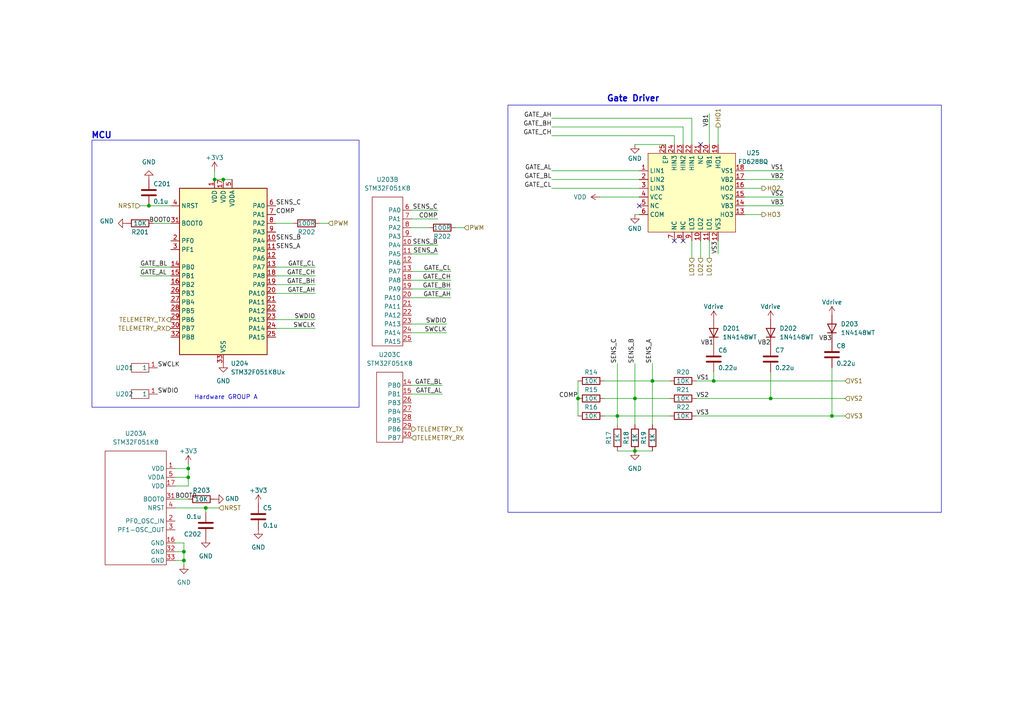
<source format=kicad_sch>
(kicad_sch (version 20250114) (generator "eeschema") (generator_version "9.0")
  (paper "A4")
  (lib_symbols
    (symbol "ADel:FD6288Q"
      (property "Reference" "U" (at 1.27 -24.13 0))
      (property "Value" "FD6288Q" (at 25.4 -24.13 0))
      (symbol "FD6288Q_0_1"
        (rectangle (start 0 0) (end 25.4 -22.86) (fill (type background)))
      )
      (symbol "FD6288Q_1_1"
        (pin input line (at -2.54 -5.08 0) (length 2.54) (name "LIN1") (number "1"))
        (pin input line (at -2.54 -7.62 0) (length 2.54) (name "LIN2") (number "2"))
        (pin input line (at -2.54 -10.16 0) (length 2.54) (name "LIN3") (number "3"))
        (pin power_in line (at -2.54 -12.7 0) (length 2.54) (name "VCC") (number "4"))
        (pin bidirectional line (at -2.54 -15.24 0) (length 2.54) (name "NC") (number "5"))
        (pin power_in line (at -2.54 -17.78 0) (length 2.54) (name "COM") (number "6"))
        (pin power_in line (at 5.08 2.54 270) (length 2.54) (name "EP") (number "25"))
        (pin input line (at 7.62 2.54 270) (length 2.54) (name "HIN3") (number "24"))
        (pin bidirectional line (at 7.62 -25.4 90) (length 2.54) (name "NC") (number "7"))
        (pin input line (at 10.16 2.54 270) (length 2.54) (name "HIN2") (number "23"))
        (pin bidirectional line (at 10.16 -25.4 90) (length 2.54) (name "NC") (number "8"))
        (pin input line (at 12.7 2.54 270) (length 2.54) (name "HIN1") (number "22"))
        (pin bidirectional line (at 12.7 -25.4 90) (length 2.54) (name "LO3") (number "9"))
        (pin bidirectional line (at 15.24 2.54 270) (length 2.54) (name "NC") (number "21"))
        (pin bidirectional line (at 15.24 -25.4 90) (length 2.54) (name "LO2") (number "10"))
        (pin bidirectional line (at 17.78 2.54 270) (length 2.54) (name "VB1") (number "20"))
        (pin bidirectional line (at 17.78 -25.4 90) (length 2.54) (name "LO1") (number "11"))
        (pin bidirectional line (at 20.32 2.54 270) (length 2.54) (name "HO1") (number "19"))
        (pin bidirectional line (at 20.32 -25.4 90) (length 2.54) (name "VS3") (number "12"))
        (pin bidirectional line (at 27.94 -5.08 180) (length 2.54) (name "VS1") (number "18"))
        (pin bidirectional line (at 27.94 -7.62 180) (length 2.54) (name "VB2") (number "17"))
        (pin bidirectional line (at 27.94 -10.16 180) (length 2.54) (name "HO2") (number "16"))
        (pin bidirectional line (at 27.94 -12.7 180) (length 2.54) (name "VS2") (number "15"))
        (pin bidirectional line (at 27.94 -15.24 180) (length 2.54) (name "VB3") (number "14"))
        (pin bidirectional line (at 27.94 -17.78 180) (length 2.54) (name "HO3") (number "13"))
      )
    )
    (symbol "Castilated_Hole:Castilated_Hole"
      (property "Reference" "U" (at 1.778 0 0))
      (symbol "Castilated_Hole_0_1"
        (rectangle (start -1.27 1.27) (end 3.81 -1.27))
      )
      (symbol "Castilated_Hole_1_1"
        (pin bidirectional line (at -3.81 0 0) (length 2.54) (name "1") (number "1"))
      )
    )
    (symbol "Device:C" (pin_numbers (hide yes)) (pin_names (offset 0.254))
      (property "Reference" "C" (at 0.635 2.54 0))
      (property "Value" "C" (at 0.635 -2.54 0))
      (symbol "C_0_1"
        (polyline (pts (xy -2.032 0.762) (xy 2.032 0.762)) (stroke (width 0.508)))
        (polyline (pts (xy -2.032 -0.762) (xy 2.032 -0.762)) (stroke (width 0.508)))
      )
      (symbol "C_1_1"
        (pin passive line (at 0 3.81 270) (length 2.794) (name "~") (number "1"))
        (pin passive line (at 0 -3.81 90) (length 2.794) (name "~") (number "2"))
      )
    )
    (symbol "Device:R" (pin_numbers (hide yes)) (pin_names (offset 0))
      (property "Reference" "R" (at 2.032 0 90))
      (property "Value" "R" (at 0 0 90))
      (symbol "R_0_1"
        (rectangle (start -1.016 -2.54) (end 1.016 2.54) (stroke (width 0.254)))
      )
      (symbol "R_1_1"
        (pin passive line (at 0 3.81 270) (length 1.27) (name "~") (number "1"))
        (pin passive line (at 0 -3.81 90) (length 1.27) (name "~") (number "2"))
      )
    )
    (symbol "Diode:1N4148WT" (pin_numbers (hide yes)) (pin_names (hide yes))
      (property "Reference" "D" (at 0 2.54 0))
      (property "Value" "1N4148WT" (at 0 -2.54 0))
      (symbol "1N4148WT_0_1"
        (polyline (pts (xy -1.27 1.27) (xy -1.27 -1.27)) (stroke (width 0.254)))
        (polyline (pts (xy 1.27 1.27) (xy 1.27 -1.27) (xy -1.27 0) (xy 1.27 1.27)) (stroke (width 0.254)))
        (polyline (pts (xy 1.27 0) (xy -1.27 0)))
      )
      (symbol "1N4148WT_1_1"
        (pin passive line (at -3.81 0 0) (length 2.54) (name "K") (number "1"))
        (pin passive line (at 3.81 0 180) (length 2.54) (name "A") (number "2"))
      )
    )
    (symbol "MCU_ST_STM32F0:STM32F051K8Ux"
      (property "Reference" "U" (at -12.7 26.67 0))
      (property "Value" "STM32F051K8Ux" (at 5.08 26.67 0))
      (symbol "STM32F051K8Ux_0_1"
        (rectangle (start -12.7 -22.86) (end 12.7 25.4) (stroke (width 0.254)) (fill (type background)))
      )
      (symbol "STM32F051K8Ux_1_1"
        (pin input line (at -15.24 20.32 0) (length 2.54) (name "NRST") (number "4"))
        (pin input line (at -15.24 15.24 0) (length 2.54) (name "BOOT0") (number "31"))
        (pin bidirectional line (at -15.24 10.16 0) (length 2.54) (name "PF0") (number "2"))
        (pin bidirectional line (at -15.24 7.62 0) (length 2.54) (name "PF1") (number "3"))
        (pin bidirectional line (at -15.24 2.54 0) (length 2.54) (name "PB0") (number "14"))
        (pin bidirectional line (at -15.24 0 0) (length 2.54) (name "PB1") (number "15"))
        (pin bidirectional line (at -15.24 -2.54 0) (length 2.54) (name "PB2") (number "16"))
        (pin bidirectional line (at -15.24 -5.08 0) (length 2.54) (name "PB3") (number "26"))
        (pin bidirectional line (at -15.24 -7.62 0) (length 2.54) (name "PB4") (number "27"))
        (pin bidirectional line (at -15.24 -10.16 0) (length 2.54) (name "PB5") (number "28"))
        (pin bidirectional line (at -15.24 -12.7 0) (length 2.54) (name "PB6") (number "29"))
        (pin bidirectional line (at -15.24 -15.24 0) (length 2.54) (name "PB7") (number "30"))
        (pin bidirectional line (at -15.24 -17.78 0) (length 2.54) (name "PB8") (number "32"))
        (pin power_in line (at -2.54 27.94 270) (length 2.54) (name "VDD") (number "1"))
        (pin power_in line (at 0 27.94 270) (length 2.54) (name "VDD") (number "17"))
        (pin power_in line (at 0 -25.4 90) (length 2.54) (name "VSS") (number "33"))
        (pin power_in line (at 2.54 27.94 270) (length 2.54) (name "VDDA") (number "5"))
        (pin bidirectional line (at 15.24 20.32 180) (length 2.54) (name "PA0") (number "6"))
        (pin bidirectional line (at 15.24 17.78 180) (length 2.54) (name "PA1") (number "7"))
        (pin bidirectional line (at 15.24 15.24 180) (length 2.54) (name "PA2") (number "8"))
        (pin bidirectional line (at 15.24 12.7 180) (length 2.54) (name "PA3") (number "9"))
        (pin bidirectional line (at 15.24 10.16 180) (length 2.54) (name "PA4") (number "10"))
        (pin bidirectional line (at 15.24 7.62 180) (length 2.54) (name "PA5") (number "11"))
        (pin bidirectional line (at 15.24 5.08 180) (length 2.54) (name "PA6") (number "12"))
        (pin bidirectional line (at 15.24 2.54 180) (length 2.54) (name "PA7") (number "13"))
        (pin bidirectional line (at 15.24 0 180) (length 2.54) (name "PA8") (number "18"))
        (pin bidirectional line (at 15.24 -2.54 180) (length 2.54) (name "PA9") (number "19"))
        (pin bidirectional line (at 15.24 -5.08 180) (length 2.54) (name "PA10") (number "20"))
        (pin bidirectional line (at 15.24 -7.62 180) (length 2.54) (name "PA11") (number "21"))
        (pin bidirectional line (at 15.24 -10.16 180) (length 2.54) (name "PA12") (number "22"))
        (pin bidirectional line (at 15.24 -12.7 180) (length 2.54) (name "PA13") (number "23"))
        (pin bidirectional line (at 15.24 -15.24 180) (length 2.54) (name "PA14") (number "24"))
        (pin bidirectional line (at 15.24 -17.78 180) (length 2.54) (name "PA15") (number "25"))
      )
    )
    (symbol "STM32F051K8:STM32F051K8"
      (property "Reference" "U" (at 0 0 0))
      (property "Value" "STM32F051K8" (at 0 0 0))
      (symbol "STM32F051K8_1_1"
        (rectangle (start 8.89 -31.75) (end -8.89 1.27))
        (pin power_in line (at 11.43 -3.81 180) (length 2.54) (name "VDD") (number "1"))
        (pin power_in line (at 11.43 -6.35 180) (length 2.54) (name "VDDA") (number "5"))
        (pin power_in line (at 11.43 -8.89 180) (length 2.54) (name "VDD") (number "17"))
        (pin input line (at 11.43 -12.7 180) (length 2.54) (name "BOOT0") (number "31"))
        (pin input line (at 11.43 -15.24 180) (length 2.54) (name "NRST") (number "4"))
        (pin input line (at 11.43 -19.05 180) (length 2.54) (name "PF0_OSC_IN") (number "2"))
        (pin input line (at 11.43 -21.59 180) (length 2.54) (name "PF1-OSC_OUT") (number "3"))
        (pin power_in line (at 11.43 -25.4 180) (length 2.54) (name "GND") (number "16"))
        (pin power_in line (at 11.43 -27.94 180) (length 2.54) (name "GND") (number "32"))
        (pin power_in line (at 11.43 -30.48 180) (length 2.54) (name "GND") (number "33"))
      )
      (symbol "STM32F051K8_2_1"
        (rectangle (start -3.81 1.27) (end 5.08 -41.91))
        (pin bidirectional line (at 7.62 -2.54 180) (length 2.54) (name "PA0") (number "6"))
        (pin bidirectional line (at 7.62 -5.08 180) (length 2.54) (name "PA1") (number "7"))
        (pin bidirectional line (at 7.62 -7.62 180) (length 2.54) (name "PA2") (number "8"))
        (pin bidirectional line (at 7.62 -10.16 180) (length 2.54) (name "PA3") (number "9"))
        (pin bidirectional line (at 7.62 -12.7 180) (length 2.54) (name "PA4") (number "10"))
        (pin bidirectional line (at 7.62 -15.24 180) (length 2.54) (name "PA5") (number "11"))
        (pin bidirectional line (at 7.62 -17.78 180) (length 2.54) (name "PA6") (number "12"))
        (pin bidirectional line (at 7.62 -20.32 180) (length 2.54) (name "PA7") (number "13"))
        (pin bidirectional line (at 7.62 -22.86 180) (length 2.54) (name "PA8") (number "18"))
        (pin bidirectional line (at 7.62 -25.4 180) (length 2.54) (name "PA9") (number "19"))
        (pin bidirectional line (at 7.62 -27.94 180) (length 2.54) (name "PA10") (number "20"))
        (pin bidirectional line (at 7.62 -30.48 180) (length 2.54) (name "PA11") (number "21"))
        (pin bidirectional line (at 7.62 -33.02 180) (length 2.54) (name "PA12") (number "22"))
        (pin bidirectional line (at 7.62 -35.56 180) (length 2.54) (name "PA13") (number "23"))
        (pin bidirectional line (at 7.62 -38.1 180) (length 2.54) (name "PA14") (number "24"))
        (pin bidirectional line (at 7.62 -40.64 180) (length 2.54) (name "PA15") (number "25"))
      )
      (symbol "STM32F051K8_3_1"
        (rectangle (start -3.81 1.27) (end 3.81 -19.05))
        (pin bidirectional line (at 6.35 -2.54 180) (length 2.54) (name "PB0") (number "14"))
        (pin bidirectional line (at 6.35 -5.08 180) (length 2.54) (name "PB1") (number "15"))
        (pin bidirectional line (at 6.35 -7.62 180) (length 2.54) (name "PB3") (number "26"))
        (pin bidirectional line (at 6.35 -10.16 180) (length 2.54) (name "PB4") (number "27"))
        (pin bidirectional line (at 6.35 -12.7 180) (length 2.54) (name "PB5") (number "28"))
        (pin bidirectional line (at 6.35 -15.24 180) (length 2.54) (name "PB6") (number "29"))
        (pin bidirectional line (at 6.35 -17.78 180) (length 2.54) (name "PB7") (number "30"))
      )
    )
    (symbol "power:+3V3" (power) (pin_names (offset 0))
      (property "Value" "+3V3" (at 0 3.556 0))
      (symbol "+3V3_0_1"
        (polyline (pts (xy -0.762 1.27) (xy 0 2.54)))
        (polyline (pts (xy 0 2.54) (xy 0.762 1.27)))
        (polyline (pts (xy 0 0) (xy 0 2.54)))
      )
      (symbol "+3V3_1_1"
        (pin power_in line (at 0 0 90) (length 0) (hide yes) (name "+3V3") (number "1"))
      )
    )
    (symbol "power:GND" (power) (pin_names (offset 0))
      (property "Value" "GND" (at 0 -3.81 0))
      (symbol "GND_0_1"
        (polyline (pts (xy 0 0) (xy 0 -1.27) (xy 1.27 -1.27) (xy 0 -2.54) (xy -1.27 -1.27) (xy 0 -1.27)))
      )
      (symbol "GND_1_1"
        (pin power_in line (at 0 0 270) (length 0) (hide yes) (name "GND") (number "1"))
      )
    )
    (symbol "power:VDD" (power) (pin_names (offset 0))
      (property "Value" "VDD" (at 0 3.81 0))
      (symbol "VDD_0_1"
        (polyline (pts (xy -0.762 1.27) (xy 0 2.54)))
        (polyline (pts (xy 0 2.54) (xy 0.762 1.27)))
        (polyline (pts (xy 0 0) (xy 0 2.54)))
      )
      (symbol "VDD_1_1"
        (pin power_in line (at 0 0 90) (length 0) (hide yes) (name "VDD") (number "1"))
      )
    )
    (symbol "power:Vdrive" (power) (pin_names (offset 0))
      (property "Value" "Vdrive" (at 0 3.81 0))
      (symbol "Vdrive_0_1"
        (polyline (pts (xy -0.762 1.27) (xy 0 2.54)))
        (polyline (pts (xy 0 2.54) (xy 0.762 1.27)))
        (polyline (pts (xy 0 0) (xy 0 2.54)))
      )
      (symbol "Vdrive_1_1"
        (pin power_in line (at 0 0 90) (length 0) (hide yes) (name "Vdrive") (number "1"))
      )
    )
  )
  (rectangle (start 26.67 40.64) (end 104.14 118.11))
  (rectangle (start 147.32 30.48) (end 273.05 148.59))
  (text "MCU" (at 29.464 39.37 0) (effects (font (size 1.778 1.778) (thickness 0.3556) (bold yes))))
  (text "Hardware GROUP A" (at 65.532 115.316 0) (effects (font (size 1.27 1.27))))
  (text "Gate Driver" (at 183.642 28.702 0) (effects (font (size 1.778 1.778) (thickness 0.3556) (bold yes))))
  (junction (at 241.3 120.65))
  (junction (at 54.61 135.89))
  (junction (at 53.34 162.56))
  (junction (at 54.61 138.43))
  (junction (at 223.52 115.57))
  (junction (at 207.01 110.49))
  (junction (at 184.15 130.81))
  (junction (at 59.69 147.32))
  (junction (at 167.64 115.57))
  (junction (at 43.18 59.69))
  (junction (at 62.23 52.07))
  (junction (at 64.77 52.07))
  (junction (at 179.07 120.65))
  (junction (at 53.34 160.02))
  (junction (at 189.23 110.49))
  (junction (at 184.15 115.57))
  (no_connect (at 185.42 59.69))
  (no_connect (at 198.12 69.85))
  (no_connect (at 203.2 41.91))
  (no_connect (at 195.58 69.85))
  (wire (pts (xy 128.27 114.3) (xy 119.38 114.3)))
  (wire (pts (xy 160.02 36.83) (xy 198.12 36.83)))
  (wire (pts (xy 208.28 36.83) (xy 208.28 41.91)))
  (wire (pts (xy 91.44 95.25) (xy 80.01 95.25)))
  (wire (pts (xy 227.33 57.15) (xy 215.9 57.15)))
  (wire (pts (xy 91.44 92.71) (xy 80.01 92.71)))
  (wire (pts (xy 241.3 120.65) (xy 245.11 120.65)))
  (wire (pts (xy 85.09 64.77) (xy 80.01 64.77)))
  (wire (pts (xy 160.02 34.29) (xy 200.66 34.29)))
  (wire (pts (xy 54.61 140.97) (xy 50.8 140.97)))
  (wire (pts (xy 53.34 162.56) (xy 50.8 162.56)))
  (wire (pts (xy 189.23 105.41) (xy 189.23 110.49)))
  (wire (pts (xy 130.81 86.36) (xy 119.38 86.36)))
  (wire (pts (xy 127 71.12) (xy 119.38 71.12)))
  (wire (pts (xy 91.44 82.55) (xy 80.01 82.55)))
  (wire (pts (xy 223.52 107.95) (xy 223.52 115.57)))
  (wire (pts (xy 179.07 120.65) (xy 194.31 120.65)))
  (wire (pts (xy 130.81 81.28) (xy 119.38 81.28)))
  (wire (pts (xy 175.26 115.57) (xy 184.15 115.57)))
  (wire (pts (xy 54.61 135.89) (xy 54.61 138.43)))
  (wire (pts (xy 184.15 115.57) (xy 184.15 123.19)))
  (wire (pts (xy 200.66 34.29) (xy 200.66 41.91)))
  (wire (pts (xy 201.93 115.57) (xy 223.52 115.57)))
  (wire (pts (xy 175.26 110.49) (xy 189.23 110.49)))
  (wire (pts (xy 54.61 138.43) (xy 50.8 138.43)))
  (wire (pts (xy 59.69 147.32) (xy 63.5 147.32)))
  (wire (pts (xy 189.23 110.49) (xy 194.31 110.49)))
  (wire (pts (xy 205.74 33.02) (xy 205.74 41.91)))
  (wire (pts (xy 54.61 134.62) (xy 54.61 135.89)))
  (wire (pts (xy 160.02 39.37) (xy 195.58 39.37)))
  (wire (pts (xy 179.07 130.81) (xy 184.15 130.81)))
  (wire (pts (xy 203.2 74.93) (xy 203.2 69.85)))
  (wire (pts (xy 220.98 54.61) (xy 215.9 54.61)))
  (wire (pts (xy 59.69 147.32) (xy 59.69 148.59)))
  (wire (pts (xy 129.54 96.52) (xy 119.38 96.52)))
  (wire (pts (xy 50.8 147.32) (xy 59.69 147.32)))
  (wire (pts (xy 53.34 160.02) (xy 50.8 160.02)))
  (wire (pts (xy 127 60.96) (xy 119.38 60.96)))
  (wire (pts (xy 227.33 49.53) (xy 215.9 49.53)))
  (wire (pts (xy 179.07 120.65) (xy 179.07 123.19)))
  (wire (pts (xy 91.44 77.47) (xy 80.01 77.47)))
  (wire (pts (xy 160.02 52.07) (xy 185.42 52.07)))
  (wire (pts (xy 128.27 111.76) (xy 119.38 111.76)))
  (wire (pts (xy 207.01 107.95) (xy 207.01 110.49)))
  (wire (pts (xy 91.44 85.09) (xy 80.01 85.09)))
  (wire (pts (xy 95.25 64.77) (xy 92.71 64.77)))
  (wire (pts (xy 227.33 59.69) (xy 215.9 59.69)))
  (wire (pts (xy 220.98 62.23) (xy 215.9 62.23)))
  (wire (pts (xy 205.74 74.93) (xy 205.74 69.85)))
  (wire (pts (xy 184.15 130.81) (xy 189.23 130.81)))
  (wire (pts (xy 184.15 62.23) (xy 185.42 62.23)))
  (wire (pts (xy 53.34 157.48) (xy 50.8 157.48)))
  (wire (pts (xy 198.12 36.83) (xy 198.12 41.91)))
  (wire (pts (xy 53.34 163.83) (xy 53.34 162.56)))
  (wire (pts (xy 43.18 59.69) (xy 49.53 59.69)))
  (wire (pts (xy 54.61 144.78) (xy 50.8 144.78)))
  (wire (pts (xy 167.64 115.57) (xy 167.64 120.65)))
  (wire (pts (xy 200.66 74.93) (xy 200.66 69.85)))
  (wire (pts (xy 241.3 106.68) (xy 241.3 120.65)))
  (wire (pts (xy 245.11 110.49) (xy 207.01 110.49)))
  (wire (pts (xy 40.64 77.47) (xy 49.53 77.47)))
  (wire (pts (xy 134.62 66.04) (xy 132.08 66.04)))
  (wire (pts (xy 184.15 105.41) (xy 184.15 115.57)))
  (wire (pts (xy 53.34 160.02) (xy 53.34 157.48)))
  (wire (pts (xy 207.01 110.49) (xy 201.93 110.49)))
  (wire (pts (xy 127 63.5) (xy 119.38 63.5)))
  (wire (pts (xy 124.46 66.04) (xy 119.38 66.04)))
  (wire (pts (xy 175.26 120.65) (xy 179.07 120.65)))
  (wire (pts (xy 179.07 105.41) (xy 179.07 120.65)))
  (wire (pts (xy 40.64 80.01) (xy 49.53 80.01)))
  (wire (pts (xy 173.99 57.15) (xy 185.42 57.15)))
  (wire (pts (xy 201.93 120.65) (xy 241.3 120.65)))
  (wire (pts (xy 130.81 78.74) (xy 119.38 78.74)))
  (wire (pts (xy 62.23 49.53) (xy 62.23 52.07)))
  (wire (pts (xy 184.15 115.57) (xy 194.31 115.57)))
  (wire (pts (xy 160.02 54.61) (xy 185.42 54.61)))
  (wire (pts (xy 40.64 59.69) (xy 43.18 59.69)))
  (wire (pts (xy 129.54 93.98) (xy 119.38 93.98)))
  (wire (pts (xy 208.28 73.66) (xy 208.28 69.85)))
  (wire (pts (xy 50.8 135.89) (xy 54.61 135.89)))
  (wire (pts (xy 49.53 64.77) (xy 44.45 64.77)))
  (wire (pts (xy 184.15 41.91) (xy 193.04 41.91)))
  (wire (pts (xy 195.58 39.37) (xy 195.58 41.91)))
  (wire (pts (xy 223.52 115.57) (xy 245.11 115.57)))
  (wire (pts (xy 53.34 162.56) (xy 53.34 160.02)))
  (wire (pts (xy 64.77 52.07) (xy 67.31 52.07)))
  (wire (pts (xy 227.33 52.07) (xy 215.9 52.07)))
  (wire (pts (xy 127 73.66) (xy 119.38 73.66)))
  (wire (pts (xy 160.02 49.53) (xy 185.42 49.53)))
  (wire (pts (xy 130.81 83.82) (xy 119.38 83.82)))
  (wire (pts (xy 91.44 80.01) (xy 80.01 80.01)))
  (wire (pts (xy 167.64 110.49) (xy 167.64 115.57)))
  (wire (pts (xy 62.23 52.07) (xy 64.77 52.07)))
  (wire (pts (xy 189.23 110.49) (xy 189.23 123.19)))
  (wire (pts (xy 54.61 138.43) (xy 54.61 140.97)))
  (label "GATE_AH" (at 160.02 34.29 180))
  (label "SENS_C" (at 179.07 105.41 90))
  (label "SWDIO" (at 91.44 92.71 180))
  (label "GATE_BL" (at 40.64 77.47 0))
  (label "GATE_AH" (at 91.44 85.09 180))
  (label "GATE_AH" (at 130.81 86.36 180))
  (label "COMP" (at 127 63.5 180))
  (label "VB3" (at 227.33 59.69 180))
  (label "GATE_BL" (at 128.27 111.76 180))
  (label "GATE_CH" (at 91.44 80.01 180))
  (label "SENS_B" (at 127 71.12 180))
  (label "GATE_CH" (at 160.02 39.37 180))
  (label "COMP" (at 80.01 62.23 0))
  (label "GATE_BL" (at 160.02 52.07 180))
  (label "VS2" (at 227.33 57.15 180))
  (label "VB2" (at 227.33 52.07 180))
  (label "SENS_B" (at 80.01 69.85 0))
  (label "SWCLK" (at 91.44 95.25 180))
  (label "VB1" (at 207.01 100.33 180))
  (label "SENS_A" (at 127 73.66 180))
  (label "GATE_AL" (at 160.02 49.53 180))
  (label "SWDIO" (at 129.54 93.98 180))
  (label "VB2" (at 223.52 100.33 180))
  (label "SWDIO" (at 45.72 114.3 0))
  (label "SENS_A" (at 80.01 72.39 0))
  (label "GATE_BH" (at 160.02 36.83 180))
  (label "GATE_BH" (at 91.44 82.55 180))
  (label "SENS_A" (at 189.23 105.41 90))
  (label "VS1" (at 205.74 110.49 180))
  (label "VS3" (at 208.28 73.66 90))
  (label "SWCLK" (at 45.72 106.68 0))
  (label "GATE_CL" (at 91.44 77.47 180))
  (label "SENS_C" (at 80.01 59.69 0))
  (label "SWCLK" (at 129.54 96.52 180))
  (label "GATE_AL" (at 128.27 114.3 180))
  (label "VS3" (at 201.93 120.65 0))
  (label "GATE_BH" (at 130.81 83.82 180))
  (label "BOOT0" (at 49.53 64.77 180))
  (label "VB3" (at 241.3 99.06 180))
  (label "VS1" (at 227.33 49.53 180))
  (label "GATE_AL" (at 40.64 80.01 0))
  (label "COMP" (at 167.64 115.57 180))
  (label "GATE_CL" (at 160.02 54.61 180))
  (label "BOOT0" (at 50.8 144.78 0))
  (label "VB1" (at 205.74 33.02 270))
  (label "SENS_B" (at 184.15 105.41 90))
  (label "VS2" (at 201.93 115.57 0))
  (label "GATE_CL" (at 130.81 78.74 180))
  (label "SENS_C" (at 127 60.96 180))
  (label "GATE_CH" (at 130.81 81.28 180))
  (hierarchical_label "TELEMETRY_RX" (shape input) (at 49.53 95.25 180))
  (hierarchical_label "HO2" (shape output) (at 220.98 54.61 0))
  (hierarchical_label "VS3" (shape input) (at 245.11 120.65 0))
  (hierarchical_label "TELEMETRY_RX" (shape input) (at 119.38 127 0))
  (hierarchical_label "PWM" (shape input) (at 95.25 64.77 0))
  (hierarchical_label "VS2" (shape input) (at 245.11 115.57 0))
  (hierarchical_label "VS1" (shape input) (at 245.11 110.49 0))
  (hierarchical_label "HO1" (shape output) (at 208.28 36.83 90))
  (hierarchical_label "TELEMETRY_TX" (shape output) (at 119.38 124.46 0))
  (hierarchical_label "NRST" (shape input) (at 63.5 147.32 0))
  (hierarchical_label "PWM" (shape input) (at 134.62 66.04 0))
  (hierarchical_label "TELEMETRY_TX" (shape output) (at 49.53 92.71 180))
  (hierarchical_label "LO1" (shape output) (at 205.74 74.93 270))
  (hierarchical_label "NRST" (shape input) (at 40.64 59.69 180))
  (hierarchical_label "HO3" (shape output) (at 220.98 62.23 0))
  (hierarchical_label "LO3" (shape output) (at 200.66 74.93 270))
  (hierarchical_label "LO2" (shape output) (at 203.2 74.93 270))
  (symbol (lib_id "power:GND") (at 184.15 41.91 0) (unit 1)
    (property "Reference" "#PWR034" (effects (hide yes)))
    (property "Value" "GND" (at 186.182 45.974 0) (effects (justify right)))
    (instances (project "" (path "" (reference "#PWR034") (unit 1)) (path "" (reference "#PWR0311") (unit 1))))
  )
  (symbol (lib_id "Device:R") (at 128.27 66.04 270) (unit 1)
    (property "Reference" "R202" (at 128.27 68.58 90))
    (property "Value" "100R" (at 128.27 66.04 90))
    (property "Footprint" "Resistor_SMD:R_0402_1005Metric" (effects (hide yes)))
    (property "manf#" "ERJ-2RKF1000X" (effects (hide yes)))
    (instances (project "ESC Module" (path "" (reference "R202") (unit 1)) (path "" (reference "R313") (unit 1))))
  )
  (symbol (lib_id "Device:R") (at 88.9 64.77 270) (unit 1)
    (property "Reference" "R202" (at 88.9 67.31 90))
    (property "Value" "100R" (at 88.9 64.77 90))
    (property "Footprint" "Resistor_SMD:R_0402_1005Metric" (effects (hide yes)))
    (property "manf#" "ERJ-2RKF1000X" (effects (hide yes)))
    (instances (project "ESC Module" (path "" (reference "R202") (unit 1)) (path "" (reference "R313") (unit 1))))
  )
  (symbol (lib_id "MCU_ST_STM32F0:STM32F051K8Ux") (at 64.77 80.01 0) (unit 1)
    (property "Reference" "U204" (at 66.9133 105.41 0) (effects (justify left)))
    (property "Value" "STM32F051K8Ux" (at 66.9133 107.95 0) (effects (justify left)))
    (property "Footprint" "Package_DFN_QFN:QFN-32-1EP_5x5mm_P0.5mm_EP3.45x3.45mm" (effects (hide yes)))
    (property "Datasheet" "https://www.st.com/resource/en/datasheet/stm32f051k8.pdf" (effects (hide yes)))
    (property "Description" "STMicroelectronics Arm Cortex-M0 MCU, 64KB flash, 8KB RAM, 48 MHz, 2.0-3.6V, 27 GPIO, UFQFPN32" (effects (hide yes)))
    (instances (project "" (path "" (reference "U204") (unit 1)) (path "" (reference "U301") (unit 1))))
  )
  (symbol (lib_id "STM32F051K8:STM32F051K8") (at 39.37 132.08 0) (unit 1)
    (property "Reference" "U203" (at 39.37 125.73 0))
    (property "Value" "STM32F051K8" (at 39.37 128.27 0))
    (property "Footprint" "Package_DFN_QFN:UFQFPN-32-1EP_5x5mm_P0.5mm_EP3.5x3.5mm" (effects (hide yes)))
    (property "Description" "STM32 F051 64K flash" (effects (hide yes)))
    (instances (project "" (path "" (reference "U203") (unit 1)) (path "" (reference "U301") (unit 1))))
  )
  (symbol (lib_id "Device:C") (at 74.93 149.86 0) (unit 1)
    (property "Reference" "C5" (at 76.2 147.32 0) (effects (justify left)))
    (property "Value" "0.1u" (at 76.2 152.4 0) (effects (justify left)))
    (property "Footprint" "Capacitor_SMD:C_0402_1005Metric" (effects (hide yes)))
    (property "Datasheet" "https://search.murata.co.jp/Ceramy/image/img/A01X/G101/ENG/GRM155R71C104KA88-01.pdf" (effects (hide yes)))
    (property "Description" "CAP CER 0.1UF 16V X7R 0402" (effects (hide yes)))
    (property "digikey#" "490-3261-2-ND" (effects (hide yes)))
    (property "manf" "Murata Electronics" (effects (hide yes)))
    (property "manf#" "GRM155R71H104KE14D" (effects (hide yes)))
    (instances (project "" (path "" (reference "C5") (unit 1)) (path "" (reference "C301") (unit 1))))
  )
  (symbol (lib_id "power:GND") (at 74.93 153.67 0) (unit 1)
    (property "Reference" "#PWR026" (effects (hide yes)))
    (property "Value" "GND" (at 74.93 158.75 0))
    (instances (project "" (path "" (reference "#PWR026") (unit 1)) (path "" (reference "#PWR0303") (unit 1))))
  )
  (symbol (lib_id "power:GND") (at 53.34 163.83 0) (unit 1)
    (property "Reference" "#PWR0206" (effects (hide yes)))
    (property "Value" "GND" (at 53.34 168.91 0))
    (instances (project "ESC Module" (path "" (reference "#PWR0206") (unit 1)) (path "" (reference "#PWR0305") (unit 1))))
  )
  (symbol (lib_id "Diode:1N4148WT") (at 223.52 96.52 90) (unit 1)
    (property "Reference" "D202" (at 226.06 95.2499 90) (effects (justify right)))
    (property "Value" "1N4148WT" (at 226.06 97.7899 90) (effects (justify right)))
    (property "Footprint" "Diode_SMD:D_SOD-523" (effects (hide yes)))
    (property "Datasheet" "https://www.diodes.com/assets/Datasheets/ds30396.pdf" (effects (hide yes)))
    (property "Description" "75V 0.15A Fast switching Diode, SOD-523" (effects (hide yes)))
    (property "Sim.Device" "D" (effects (hide yes)))
    (property "Sim.Pins" "1=K 2=A" (effects (hide yes)))
    (property "manf#" "1N4148WT" (effects (hide yes)))
    (instances (project "ESC Module" (path "" (reference "D202") (unit 1)) (path "" (reference "D301") (unit 1))))
  )
  (symbol (lib_id "power:Vdrive") (at 241.3 91.44 0) (unit 1)
    (property "Reference" "#PWR036" (effects (hide yes)))
    (property "Value" "Vdrive" (at 241.3 87.63 0))
    (instances (project "" (path "" (reference "#PWR036") (unit 1)) (path "" (reference "#PWR0313") (unit 1))))
  )
  (symbol (lib_id "power:Vdrive") (at 223.52 92.71 0) (unit 1)
    (property "Reference" "#PWR033" (effects (hide yes)))
    (property "Value" "Vdrive" (at 223.52 88.9 0))
    (instances (project "" (path "" (reference "#PWR033") (unit 1)) (path "" (reference "#PWR0310") (unit 1))))
  )
  (symbol (lib_id "power:GND") (at 184.15 130.81 0) (unit 1)
    (property "Reference" "#PWR035" (effects (hide yes)))
    (property "Value" "GND" (at 184.15 135.89 0))
    (instances (project "" (path "" (reference "#PWR035") (unit 1)) (path "" (reference "#PWR0312") (unit 1))))
  )
  (symbol (lib_id "power:GND") (at 184.15 62.23 0) (unit 1)
    (property "Reference" "#PWR032" (effects (hide yes)))
    (property "Value" "GND" (at 186.182 66.294 0) (effects (justify right)))
    (instances (project "" (path "" (reference "#PWR032") (unit 1)) (path "" (reference "#PWR0309") (unit 1))))
  )
  (symbol (lib_id "Device:C") (at 207.01 104.14 0) (unit 1)
    (property "Reference" "C6" (at 208.28 101.6 0) (effects (justify left)))
    (property "Value" "0.22u" (at 208.28 106.68 0) (effects (justify left)))
    (property "Footprint" "Capacitor_SMD:C_0603_1608Metric" (effects (hide yes)))
    (property "Datasheet" "https://product.tdk.com/system/files/dam/doc/product/capacitor/ceramic/mlcc/catalog/mlcc_commercial_general_en.pdf" (effects (hide yes)))
    (property "Description" "CAP CER 0.22UF 25V X7R 0603" (effects (hide yes)))
    (property "digikey#" "445-5191-1-ND" (effects (hide yes)))
    (property "manf" "TDK Corporation" (effects (hide yes)))
    (property "manf#" "GCM188R71H224KA64J" (effects (hide yes)))
    (instances (project "" (path "" (reference "C6") (unit 1)) (path "" (reference "C302") (unit 1))))
  )
  (symbol (lib_id "Device:R") (at 198.12 115.57 90) (unit 1)
    (property "Reference" "R21" (at 198.12 113.03 90))
    (property "Value" "10K" (at 198.12 115.57 90))
    (property "Footprint" "Resistor_SMD:R_0402_1005Metric" (effects (hide yes)))
    (property "manf#" "RK73H1ETTP1002F" (effects (hide yes)))
    (instances (project "" (path "" (reference "R21") (unit 1)) (path "" (reference "R310") (unit 1))))
  )
  (symbol (lib_id "power:Vdrive") (at 207.01 92.71 0) (unit 1)
    (property "Reference" "#PWR030" (effects (hide yes)))
    (property "Value" "Vdrive" (at 207.01 88.9 0))
    (instances (project "" (path "" (reference "#PWR030") (unit 1)) (path "" (reference "#PWR0307") (unit 1))))
  )
  (symbol (lib_id "ADel:FD6288Q") (at 187.96 44.45 0) (unit 1)
    (property "Reference" "U25" (at 218.44 44.3483 0))
    (property "Value" "FD6288Q" (at 218.44 46.8883 0))
    (property "Footprint" "Package_DFN_QFN:QFN-24-1EP_4x4mm_P0.5mm_EP2.6x2.6mm" (effects (hide yes)))
    (property "Datasheet" "https://www.lcsc.com/datasheet/C328453.pdf" (effects (hide yes)))
    (property "LCSC#" "C328453" (effects (hide yes)))
    (property "manf" "Fortior Tech" (effects (hide yes)))
    (property "manf#" "FD6288Q" (effects (hide yes)))
    (instances (project "" (path "" (reference "U25") (unit 1)) (path "" (reference "U302") (unit 1))))
  )
  (symbol (lib_id "Castilated_Hole:Castilated_Hole") (at 41.91 106.68 180) (unit 1)
    (property "Reference" "U201" (at 36.068 106.68 0))
    (property "Footprint" "Castltated_hole:Castlated_Hole" (effects (hide yes)))
    (instances (project "ESC Module" (path "" (reference "U201") (unit 1)) (path "" (reference "U303") (unit 1))))
  )
  (symbol (lib_id "power:GND") (at 62.23 144.78 90) (unit 1)
    (property "Reference" "#PWR0207" (effects (hide yes)))
    (property "Value" "GND" (at 65.278 144.653 90) (effects (justify right)))
    (instances (project "ESC Module" (path "" (reference "#PWR0207") (unit 1)) (path "" (reference "#PWR0306") (unit 1))))
  )
  (symbol (lib_id "power:GND") (at 43.18 52.07 180) (unit 1)
    (property "Reference" "#PWR0204" (effects (hide yes)))
    (property "Value" "GND" (at 43.18 46.99 0))
    (instances (project "ESC Module" (path "" (reference "#PWR0204") (unit 1)) (path "" (reference "#PWR0301") (unit 1))))
  )
  (symbol (lib_id "Device:R") (at 184.15 127 180) (unit 1)
    (property "Reference" "R18" (at 181.61 127 90))
    (property "Value" "1K" (at 184.15 127 90))
    (property "Footprint" "Resistor_SMD:R_0402_1005Metric" (effects (hide yes)))
    (property "manf#" "ERJ-2RKF1001X" (effects (hide yes)))
    (instances (project "" (path "" (reference "R18") (unit 1)) (path "" (reference "R307") (unit 1))))
  )
  (symbol (lib_id "power:+3V3") (at 74.93 146.05 0) (unit 1)
    (property "Reference" "#PWR019" (effects (hide yes)))
    (property "Value" "+3V3" (at 74.93 142.24 0))
    (instances (project "" (path "" (reference "#PWR019") (unit 1)) (path "" (reference "#PWR0302") (unit 1))))
  )
  (symbol (lib_id "Device:R") (at 40.64 64.77 270) (unit 1)
    (property "Reference" "R201" (at 40.64 67.31 90))
    (property "Value" "10K" (at 40.64 64.77 90))
    (property "Footprint" "Resistor_SMD:R_0402_1005Metric" (effects (hide yes)))
    (property "manf#" "RK73H1ETTP1002F" (effects (hide yes)))
    (instances (project "ESC Module" (path "" (reference "R201") (unit 1)) (path "" (reference "R312") (unit 1))))
  )
  (symbol (lib_id "Device:C") (at 241.3 102.87 0) (unit 1)
    (property "Reference" "C8" (at 242.57 100.33 0) (effects (justify left)))
    (property "Value" "0.22u" (at 242.57 105.41 0) (effects (justify left)))
    (property "Footprint" "Capacitor_SMD:C_0603_1608Metric" (effects (hide yes)))
    (property "Datasheet" "https://product.tdk.com/system/files/dam/doc/product/capacitor/ceramic/mlcc/catalog/mlcc_commercial_general_en.pdf" (effects (hide yes)))
    (property "Description" "CAP CER 0.22UF 25V X7R 0603" (effects (hide yes)))
    (property "digikey#" "445-5191-1-ND" (effects (hide yes)))
    (property "manf" "TDK Corporation" (effects (hide yes)))
    (property "manf#" "GCM188R71H224KA64J" (effects (hide yes)))
    (instances (project "" (path "" (reference "C8") (unit 1)) (path "" (reference "C304") (unit 1))))
  )
  (symbol (lib_id "power:+3V3") (at 54.61 134.62 0) (unit 1)
    (property "Reference" "#PWR0205" (effects (hide yes)))
    (property "Value" "+3V3" (at 54.61 130.81 0))
    (instances (project "ESC Module" (path "" (reference "#PWR0205") (unit 1)) (path "" (reference "#PWR0304") (unit 1))))
  )
  (symbol (lib_id "power:GND") (at 64.77 105.41 0) (unit 1)
    (property "Reference" "#PWR0202" (effects (hide yes)))
    (property "Value" "GND" (at 64.77 110.49 0))
    (instances (project "ESC Module" (path "" (reference "#PWR0202") (unit 1)) (path "" (reference "#PWR0315") (unit 1))))
  )
  (symbol (lib_id "Device:R") (at 171.45 120.65 90) (unit 1)
    (property "Reference" "R16" (at 171.45 118.11 90))
    (property "Value" "10K" (at 171.45 120.65 90))
    (property "Footprint" "Resistor_SMD:R_0402_1005Metric" (effects (hide yes)))
    (instances (project "" (path "" (reference "R16") (unit 1)) (path "" (reference "R305") (unit 1))))
  )
  (symbol (lib_id "STM32F051K8:STM32F051K8") (at 113.03 109.22 0) (unit 3)
    (property "Reference" "U203" (at 113.03 102.87 0))
    (property "Value" "STM32F051K8" (at 113.03 105.41 0))
    (property "Footprint" "Package_DFN_QFN:UFQFPN-32-1EP_5x5mm_P0.5mm_EP3.5x3.5mm" (effects (hide yes)))
    (property "Description" "STM32 F051 64K flash" (effects (hide yes)))
    (instances (project "" (path "" (reference "U203") (unit 3)) (path "" (reference "U305") (unit 3))))
  )
  (symbol (lib_id "Castilated_Hole:Castilated_Hole") (at 41.91 114.3 180) (unit 1)
    (property "Reference" "U202" (at 36.068 114.3 0))
    (property "Footprint" "Castltated_hole:Castlated_Hole" (effects (hide yes)))
    (instances (project "ESC Module" (path "" (reference "U202") (unit 1)) (path "" (reference "U304") (unit 1))))
  )
  (symbol (lib_id "Device:C") (at 223.52 104.14 0) (unit 1)
    (property "Reference" "C7" (at 224.79 101.6 0) (effects (justify left)))
    (property "Value" "0.22u" (at 224.79 106.68 0) (effects (justify left)))
    (property "Footprint" "Capacitor_SMD:C_0603_1608Metric" (effects (hide yes)))
    (property "Datasheet" "https://product.tdk.com/system/files/dam/doc/product/capacitor/ceramic/mlcc/catalog/mlcc_commercial_general_en.pdf" (effects (hide yes)))
    (property "Description" "CAP CER 0.22UF 25V X7R 0603" (effects (hide yes)))
    (property "digikey#" "445-5191-1-ND" (effects (hide yes)))
    (property "manf" "TDK Corporation" (effects (hide yes)))
    (property "manf#" "GCM188R71H224KA64J" (effects (hide yes)))
    (instances (project "" (path "" (reference "C7") (unit 1)) (path "" (reference "C303") (unit 1))))
  )
  (symbol (lib_id "Device:R") (at 171.45 115.57 90) (unit 1)
    (property "Reference" "R15" (at 171.45 113.03 90))
    (property "Value" "10K" (at 171.45 115.57 90))
    (property "Footprint" "Resistor_SMD:R_0402_1005Metric" (effects (hide yes)))
    (instances (project "" (path "" (reference "R15") (unit 1)) (path "" (reference "R304") (unit 1))))
  )
  (symbol (lib_id "power:GND") (at 36.83 64.77 270) (unit 1)
    (property "Reference" "#PWR0201" (effects (hide yes)))
    (property "Value" "GND" (at 33.02 64.135 90) (effects (justify right)))
    (instances (project "ESC Module" (path "" (reference "#PWR0201") (unit 1)) (path "" (reference "#PWR0314") (unit 1))))
  )
  (symbol (lib_id "Device:R") (at 171.45 110.49 90) (unit 1)
    (property "Reference" "R14" (at 171.45 107.95 90))
    (property "Value" "10K" (at 171.45 110.49 90))
    (property "Footprint" "Resistor_SMD:R_0402_1005Metric" (effects (hide yes)))
    (instances (project "" (path "" (reference "R14") (unit 1)) (path "" (reference "R303") (unit 1))))
  )
  (symbol (lib_id "Diode:1N4148WT") (at 207.01 96.52 90) (unit 1)
    (property "Reference" "D201" (at 209.55 95.2499 90) (effects (justify right)))
    (property "Value" "1N4148WT" (at 209.55 97.7899 90) (effects (justify right)))
    (property "Footprint" "Diode_SMD:D_SOD-523" (effects (hide yes)))
    (property "Datasheet" "https://www.diodes.com/assets/Datasheets/ds30396.pdf" (effects (hide yes)))
    (property "Description" "75V 0.15A Fast switching Diode, SOD-523" (effects (hide yes)))
    (property "Sim.Device" "D" (effects (hide yes)))
    (property "Sim.Pins" "1=K 2=A" (effects (hide yes)))
    (property "manf#" "1N4148WT" (effects (hide yes)))
    (instances (project "" (path "" (reference "D201") (unit 1)) (path "" (reference "D304") (unit 1))))
  )
  (symbol (lib_id "Device:C") (at 43.18 55.88 0) (unit 1)
    (property "Reference" "C201" (at 44.45 53.34 0) (effects (justify left)))
    (property "Value" "0.1u" (at 44.45 58.42 0) (effects (justify left)))
    (property "Footprint" "Capacitor_SMD:C_0402_1005Metric" (effects (hide yes)))
    (property "Datasheet" "https://search.murata.co.jp/Ceramy/image/img/A01X/G101/ENG/GRM155R71C104KA88-01.pdf" (effects (hide yes)))
    (property "Description" "CAP CER 0.1UF 16V X7R 0402" (effects (hide yes)))
    (property "digikey#" "490-3261-2-ND" (effects (hide yes)))
    (property "manf" "Murata Electronics" (effects (hide yes)))
    (property "manf#" "GRM155R71H104KE14D" (effects (hide yes)))
    (instances (project "ESC Module" (path "" (reference "C201") (unit 1)) (path "" (reference "C305") (unit 1))))
  )
  (symbol (lib_id "power:VDD") (at 173.99 57.15 90) (unit 1)
    (property "Reference" "#PWR031" (effects (hide yes)))
    (property "Value" "VDD" (at 170.18 57.15 90) (effects (justify left)))
    (instances (project "" (path "" (reference "#PWR031") (unit 1)) (path "" (reference "#PWR0308") (unit 1))))
  )
  (symbol (lib_id "STM32F051K8:STM32F051K8") (at 111.76 58.42 0) (unit 2)
    (property "Reference" "U203" (at 112.395 52.07 0))
    (property "Value" "STM32F051K8" (at 112.395 54.61 0))
    (property "Footprint" "Package_DFN_QFN:UFQFPN-32-1EP_5x5mm_P0.5mm_EP3.5x3.5mm" (effects (hide yes)))
    (property "Description" "STM32 F051 64K flash" (effects (hide yes)))
    (instances (project "" (path "" (reference "U203") (unit 2)) (path "" (reference "U305") (unit 2))))
  )
  (symbol (lib_id "Device:R") (at 58.42 144.78 90) (unit 1)
    (property "Reference" "R203" (at 58.42 142.24 90))
    (property "Value" "10K" (at 58.42 144.78 90))
    (property "Footprint" "Resistor_SMD:R_0402_1005Metric" (effects (hide yes)))
    (property "manf#" "RK73H1ETTP1002F" (effects (hide yes)))
    (instances (project "ESC Module" (path "" (reference "R203") (unit 1)) (path "" (reference "R312") (unit 1))))
  )
  (symbol (lib_id "power:+3V3") (at 62.23 49.53 0) (unit 1)
    (property "Reference" "#PWR0203" (effects (hide yes)))
    (property "Value" "+3V3" (at 62.23 45.72 0))
    (instances (project "ESC Module" (path "" (reference "#PWR0203") (unit 1)) (path "" (reference "#PWR0316") (unit 1))))
  )
  (symbol (lib_id "Device:R") (at 179.07 127 180) (unit 1)
    (property "Reference" "R17" (at 176.53 127 90))
    (property "Value" "1K" (at 179.07 127 90))
    (property "Footprint" "Resistor_SMD:R_0402_1005Metric" (effects (hide yes)))
    (property "manf#" "ERJ-2RKF1001X" (effects (hide yes)))
    (instances (project "" (path "" (reference "R17") (unit 1)) (path "" (reference "R306") (unit 1))))
  )
  (symbol (lib_id "Device:R") (at 198.12 120.65 90) (unit 1)
    (property "Reference" "R22" (at 198.12 118.11 90))
    (property "Value" "10K" (at 198.12 120.65 90))
    (property "Footprint" "Resistor_SMD:R_0402_1005Metric" (effects (hide yes)))
    (property "manf#" "RK73H1ETTP1002F" (effects (hide yes)))
    (instances (project "" (path "" (reference "R22") (unit 1)) (path "" (reference "R311") (unit 1))))
  )
  (symbol (lib_id "Device:R") (at 189.23 127 180) (unit 1)
    (property "Reference" "R19" (at 186.69 127 90))
    (property "Value" "1K" (at 189.23 127 90))
    (property "Footprint" "Resistor_SMD:R_0402_1005Metric" (effects (hide yes)))
    (property "manf#" "ERJ-2RKF1001X" (effects (hide yes)))
    (instances (project "" (path "" (reference "R19") (unit 1)) (path "" (reference "R308") (unit 1))))
  )
  (symbol (lib_id "power:GND") (at 59.69 156.21 0) (unit 1)
    (property "Reference" "#PWR0208" (effects (hide yes)))
    (property "Value" "GND" (at 59.69 161.29 0))
    (instances (project "ESC Module" (path "" (reference "#PWR0208") (unit 1)) (path "" (reference "#PWR0317") (unit 1))))
  )
  (symbol (lib_id "Diode:1N4148WT") (at 241.3 95.25 90) (unit 1)
    (property "Reference" "D203" (at 243.84 93.9799 90) (effects (justify right)))
    (property "Value" "1N4148WT" (at 243.84 96.5199 90) (effects (justify right)))
    (property "Footprint" "Diode_SMD:D_SOD-523" (effects (hide yes)))
    (property "Datasheet" "https://www.diodes.com/assets/Datasheets/ds30396.pdf" (effects (hide yes)))
    (property "Description" "75V 0.15A Fast switching Diode, SOD-523" (effects (hide yes)))
    (property "Sim.Device" "D" (effects (hide yes)))
    (property "Sim.Pins" "1=K 2=A" (effects (hide yes)))
    (property "manf#" "1N4148WT" (effects (hide yes)))
    (instances (project "ESC Module" (path "" (reference "D203") (unit 1)) (path "" (reference "D302") (unit 1))))
  )
  (symbol (lib_id "Device:C") (at 59.69 152.4 180) (unit 1)
    (property "Reference" "C202" (at 58.42 154.94 0) (effects (justify left)))
    (property "Value" "0.1u" (at 58.42 149.86 0) (effects (justify left)))
    (property "Footprint" "Capacitor_SMD:C_0402_1005Metric" (effects (hide yes)))
    (property "Datasheet" "https://search.murata.co.jp/Ceramy/image/img/A01X/G101/ENG/GRM155R71C104KA88-01.pdf" (effects (hide yes)))
    (property "Description" "CAP CER 0.1UF 16V X7R 0402" (effects (hide yes)))
    (property "digikey#" "490-3261-2-ND" (effects (hide yes)))
    (property "manf" "Murata Electronics" (effects (hide yes)))
    (property "manf#" "GRM155R71H104KE14D" (effects (hide yes)))
    (instances (project "ESC Module" (path "" (reference "C202") (unit 1)) (path "" (reference "C306") (unit 1))))
  )
  (symbol (lib_id "Device:R") (at 198.12 110.49 90) (unit 1)
    (property "Reference" "R20" (at 198.12 107.95 90))
    (property "Value" "10K" (at 198.12 110.49 90))
    (property "Footprint" "Resistor_SMD:R_0402_1005Metric" (effects (hide yes)))
    (property "manf#" "RK73H1ETTP1002F" (effects (hide yes)))
    (instances (project "" (path "" (reference "R20") (unit 1)) (path "" (reference "R309") (unit 1))))
  )
)
</source>
